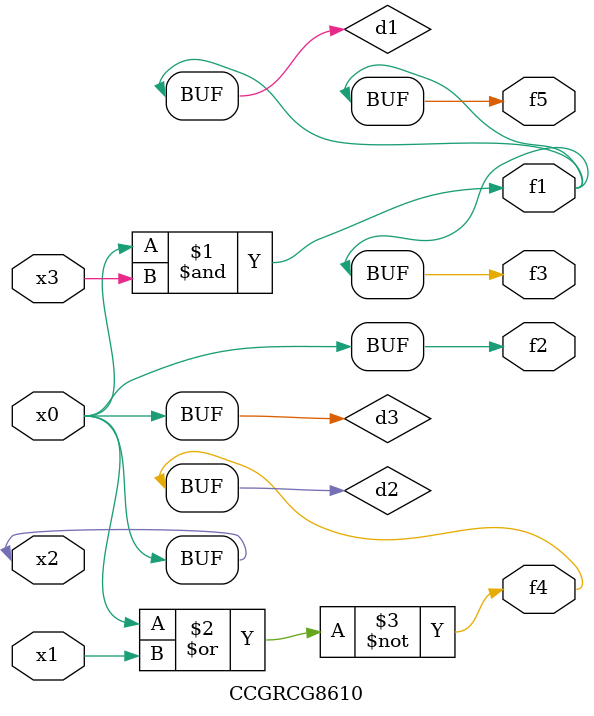
<source format=v>
module CCGRCG8610(
	input x0, x1, x2, x3,
	output f1, f2, f3, f4, f5
);

	wire d1, d2, d3;

	and (d1, x2, x3);
	nor (d2, x0, x1);
	buf (d3, x0, x2);
	assign f1 = d1;
	assign f2 = d3;
	assign f3 = d1;
	assign f4 = d2;
	assign f5 = d1;
endmodule

</source>
